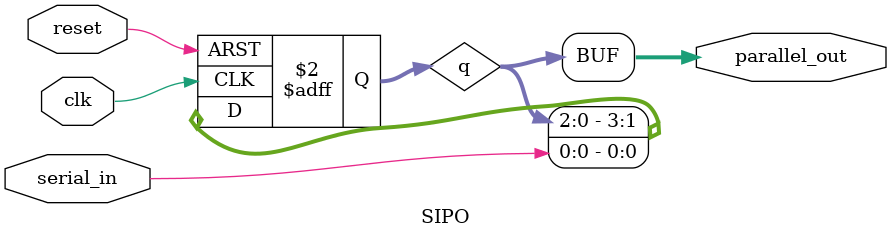
<source format=v>
module SIPO (
input clk,
input reset,
input serial_in,
output [WIDTH-1:0]parallel_out
	);

parameter WIDTH=4;
reg [WIDTH-1:0]q;

always @(posedge clk or posedge reset)begin
if(reset)
q <= 0;

else

q <= {q[WIDTH-2:0],serial_in};

end

assign parallel_out = q[WIDTH-1:0];


endmodule


</source>
